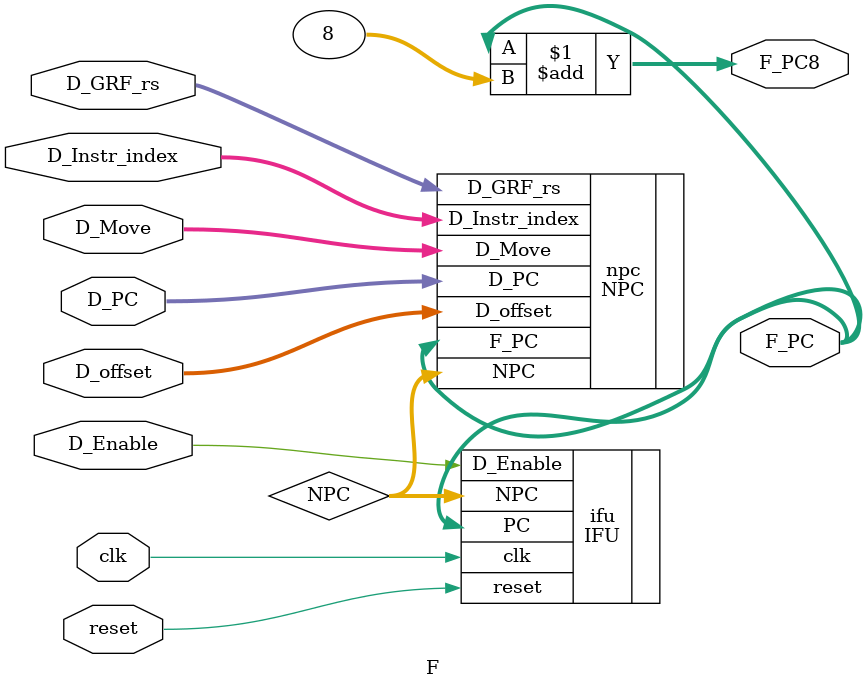
<source format=v>
`timescale 1ns / 1ps
module F (
    input clk,
    input reset,
    input D_Enable,
    //D级信息用于b类与j类指令计算NPC)
    input [31:0] D_PC,
    input [31:0] D_offset,
    input [25:0] D_Instr_index,
    input [31:0] D_GRF_rs,
    //input [4:0] D_rs,
    input [2:0] D_Move,
    //输出信息
    output [31:0] F_PC,
    output [31:0] F_PC8
);


    //声明部分
    wire [31:0] NPC, GRF_rs; 
    
    //数据通路部分
    NPC npc(.F_PC(F_PC),
            .D_PC(D_PC),
            .D_offset(D_offset),
            .D_Instr_index(D_Instr_index),
            .D_GRF_rs(D_GRF_rs),
            .D_Move(D_Move),
            .NPC(NPC));


    IFU ifu(.clk(clk),
            .reset(reset),
            .D_Enable(D_Enable),
            .NPC(NPC),
            .PC(F_PC));

    assign F_PC8 = F_PC + 8;

    
    
endmodule
</source>
